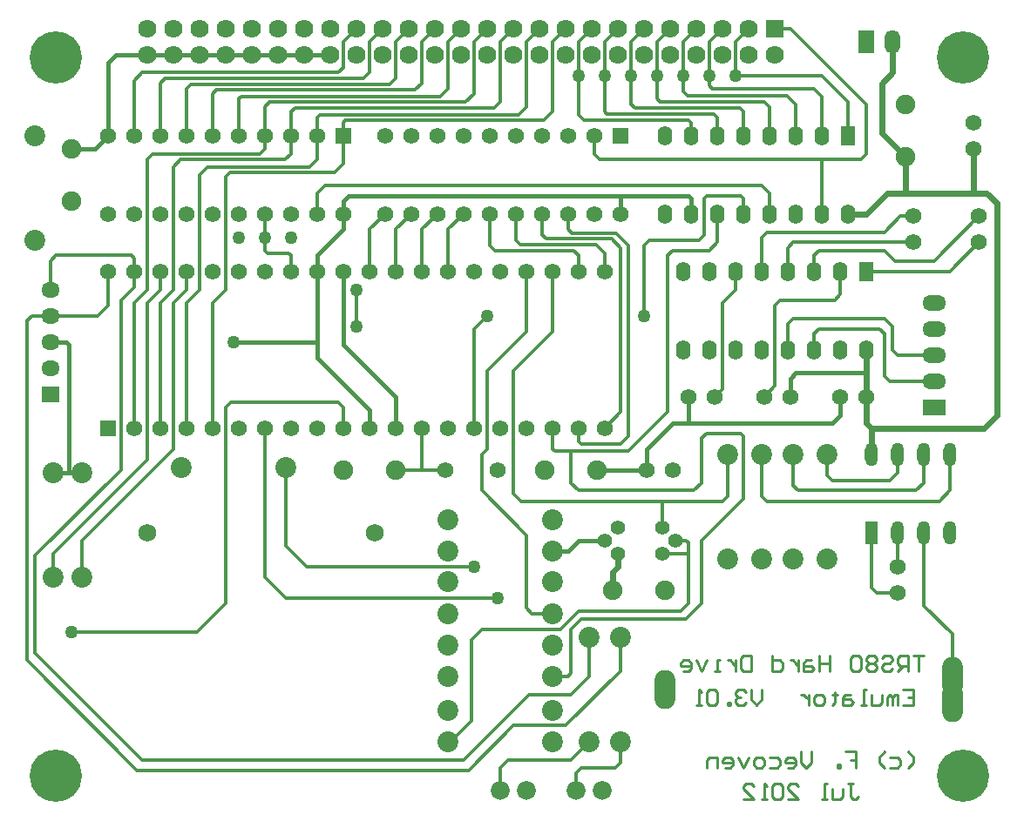
<source format=gbl>
%FSLAX42Y42*%
%MOMM*%
G71*
G01*
G75*
%ADD10C,0.20*%
%ADD11R,2.00X2.00*%
%ADD12R,2.00X1.00*%
%ADD13R,1.00X2.00*%
%ADD14R,1.00X2.00*%
%ADD15C,0.41*%
%ADD16C,0.61*%
%ADD17C,0.30*%
%ADD18C,0.25*%
%ADD19C,1.73*%
%ADD20C,2.03*%
%ADD21C,1.90*%
%ADD22R,1.78X1.78*%
%ADD23C,1.78*%
%ADD24O,1.52X2.29*%
%ADD25R,1.52X2.29*%
%ADD26O,2.03X3.81*%
%ADD27C,1.83*%
%ADD28O,2.29X1.52*%
%ADD29O,1.78X1.52*%
%ADD30R,1.78X1.52*%
%ADD31C,5.08*%
%ADD32R,1.57X1.57*%
%ADD33C,1.57*%
%ADD34R,1.40X1.90*%
%ADD35O,1.40X1.90*%
%ADD36O,1.27X2.29*%
%ADD37R,1.27X2.29*%
%ADD38C,1.40*%
%ADD39R,2.29X1.52*%
%ADD40C,1.27*%
D15*
X26707Y20250D02*
X28257D01*
X26860D02*
Y20504D01*
X26453Y19996D02*
X26707Y20250D01*
X26453Y19793D02*
Y19996D01*
X25971Y19793D02*
X26453D01*
X28333Y20326D02*
Y20504D01*
X27850Y20682D02*
X27901Y20733D01*
X27850Y20504D02*
Y20682D01*
X23558Y22460D02*
X26860D01*
X23507Y22130D02*
Y22409D01*
X23253Y21876D02*
X23507Y22130D01*
X23253Y20885D02*
Y21876D01*
X26199Y22282D02*
Y22460D01*
X22440Y21037D02*
X23253D01*
Y20885D02*
X23761Y20377D01*
Y20199D02*
Y20377D01*
X28257Y20250D02*
X28333Y20326D01*
X26885Y22282D02*
Y22434D01*
X26860Y22460D02*
X26885Y22434D01*
X23507Y22409D02*
X23558Y22460D01*
X21297Y23831D02*
X23380D01*
X21221Y23755D02*
X21297Y23831D01*
X21221Y23044D02*
Y23755D01*
X21094Y22917D02*
X21221Y23044D01*
X20865Y22917D02*
X21094D01*
X24015Y20199D02*
Y20504D01*
X23507Y21012D02*
Y21723D01*
Y21012D02*
X24015Y20504D01*
X27901Y20733D02*
X28587D01*
X29628Y22511D02*
X29654Y22485D01*
X25539Y19005D02*
X25691D01*
X25793Y19107D01*
X26047D01*
X20814Y21037D02*
X20840Y21012D01*
X20687Y19767D02*
X20967D01*
X20662Y21037D02*
X20814D01*
X20840Y19767D02*
Y21012D01*
D16*
X29628Y22511D02*
Y22917D01*
X28739Y23069D02*
X28968Y22841D01*
X28739Y23069D02*
Y23552D01*
X28841Y23654D01*
Y23958D01*
X28587Y22282D02*
X28790Y22485D01*
X29857Y20326D02*
Y22384D01*
X29755Y22485D02*
X29857Y22384D01*
X28409Y22282D02*
X28587D01*
X29730Y20199D02*
X29857Y20326D01*
X28587Y20250D02*
Y20504D01*
Y20961D01*
X28638Y20199D02*
X29730D01*
X28587Y20250D02*
X28638Y20199D01*
Y19945D02*
Y20199D01*
X28968Y22485D02*
Y22841D01*
X28790Y22485D02*
X29755D01*
X26174Y18853D02*
Y18980D01*
X26123Y18802D02*
X26174Y18853D01*
X26123Y18624D02*
Y18802D01*
D17*
X20865Y18218D02*
X22084D01*
X21551Y16973D02*
X24675D01*
X21500Y16872D02*
X24726D01*
X22415Y20453D02*
X23456D01*
X22084Y18218D02*
X22364Y18497D01*
Y20402D01*
X22415Y20453D01*
X23456D02*
X23507Y20402D01*
Y20199D02*
Y20402D01*
X26656Y20352D02*
Y21876D01*
X26275Y19971D02*
X26656Y20352D01*
X28257Y19691D02*
X28815D01*
X27926Y19590D02*
X29069D01*
X27622Y19488D02*
X29298D01*
X23634Y21190D02*
Y21545D01*
X28333Y21495D02*
Y21723D01*
X28282Y21444D02*
X28333Y21495D01*
X28130Y21444D02*
X28282D01*
X28587Y21723D02*
X29400D01*
X29679Y22003D01*
X22745Y21926D02*
Y22282D01*
X22999Y21723D02*
Y21876D01*
X22973Y21901D02*
X22999Y21876D01*
X22770Y21901D02*
X22973D01*
X22745Y21926D02*
X22770Y21901D01*
X25336Y18396D02*
X25539D01*
X25285Y18447D02*
X25336Y18396D01*
X25539Y19996D02*
Y20225D01*
Y19996D02*
X25564Y19971D01*
X24980Y21926D02*
X25742D01*
X24929Y21977D02*
Y22282D01*
Y21977D02*
X24980Y21926D01*
X27622Y22104D02*
X28765D01*
X28917Y22257D01*
X29044D01*
X28130Y21926D02*
X28765D01*
X28079Y21723D02*
Y21876D01*
X28130Y21926D01*
X29247Y21825D02*
X29679Y22257D01*
X28866Y21825D02*
X29247D01*
X28765Y21926D02*
X28866Y21825D01*
X27825Y21723D02*
Y21952D01*
X27876Y22003D02*
X29044D01*
X27825Y21952D02*
X27876Y22003D01*
X27571Y22053D02*
X27622Y22104D01*
X27571Y21723D02*
Y22053D01*
X27825Y20961D02*
Y21215D01*
X27876Y21266D01*
X28765D01*
X28841Y21190D01*
Y20961D02*
Y21190D01*
Y20961D02*
X28892Y20910D01*
X29247D01*
X28079Y21114D02*
X28130Y21164D01*
X28815Y20656D02*
X29247D01*
X28765Y20707D02*
X28815Y20656D01*
X28765Y20707D02*
Y21114D01*
X28714Y21164D02*
X28765Y21114D01*
X28130Y21164D02*
X28714D01*
X28079Y20961D02*
Y21114D01*
X26428Y21291D02*
Y21977D01*
X26479Y22028D01*
X26961D01*
X27012Y22079D01*
Y22434D01*
X27037Y22460D01*
X27368D01*
X27393Y22434D01*
Y22282D02*
Y22434D01*
X27139Y22003D02*
Y22282D01*
X26656Y21876D02*
X26707Y21926D01*
X27063D01*
X27139Y22003D01*
X27647Y22282D02*
Y22485D01*
X27571Y22561D02*
X27647Y22485D01*
X23329Y22561D02*
X27571D01*
X23253Y22485D02*
X23329Y22561D01*
X23253Y22282D02*
Y22485D01*
X22364Y21545D02*
Y22638D01*
X23426Y22683D02*
X23507Y22765D01*
X22410Y22683D02*
X23426D01*
X22364Y22638D02*
X22410Y22683D01*
X23253Y22815D02*
Y23222D01*
X22110Y21545D02*
Y22663D01*
X23177Y22739D02*
X23253Y22815D01*
X22186Y22739D02*
X23177D01*
X22110Y22663D02*
X22186Y22739D01*
X22999Y22866D02*
Y23273D01*
X21856Y21545D02*
Y22739D01*
X22943Y22810D02*
X22999Y22866D01*
X21927Y22810D02*
X22943D01*
X21856Y22739D02*
X21927Y22810D01*
X22745Y22917D02*
Y23323D01*
X21602Y21545D02*
Y22815D01*
X22694Y22866D02*
X22745Y22917D01*
X21653Y22866D02*
X22694D01*
X21602Y22815D02*
X21653Y22866D01*
X26275Y20123D02*
Y21977D01*
X25691Y22130D02*
Y22282D01*
X26159Y22094D02*
X26275Y21977D01*
X25727Y22094D02*
X26159D01*
X25691Y22130D02*
X25727Y22094D01*
X26199Y20352D02*
Y21952D01*
X26113Y22038D02*
X26199Y21952D01*
X25478Y22038D02*
X26113D01*
X25437Y22079D02*
X25478Y22038D01*
X25437Y22079D02*
Y22282D01*
X26047Y21723D02*
Y21901D01*
X25966Y21982D02*
X26047Y21901D01*
X25229Y21982D02*
X25966D01*
X25183Y22028D02*
X25229Y21982D01*
X25183Y22028D02*
Y22282D01*
X25793Y21723D02*
Y21876D01*
X25742Y21926D02*
X25793Y21876D01*
X26199Y20047D02*
X26275Y20123D01*
X26047Y20199D02*
X26199Y20352D01*
X25818Y20047D02*
X26199D01*
X25793Y20072D02*
X25818Y20047D01*
X25793Y20072D02*
Y20199D01*
X24523Y22130D02*
X24675Y22282D01*
X24523Y21723D02*
Y22130D01*
X24269D02*
X24421Y22282D01*
X24269Y21723D02*
Y22130D01*
X24015D02*
X24167Y22282D01*
X24015Y21723D02*
Y22130D01*
X23761D02*
X23913Y22282D01*
X23761Y21723D02*
Y22130D01*
X27850Y24085D02*
X28587Y23349D01*
X27698Y24085D02*
X27850D01*
X28409Y23044D02*
Y23374D01*
X28155Y23628D02*
X28409Y23374D01*
X27317Y23628D02*
X28155D01*
X27317Y23958D02*
X27444Y24085D01*
X27317Y23628D02*
Y23958D01*
X27063Y23527D02*
Y23958D01*
X28155Y23044D02*
Y23425D01*
X28079Y23501D02*
X28155Y23425D01*
X27088Y23501D02*
X28079D01*
X27063Y23527D02*
X27088Y23501D01*
X27063Y23958D02*
X27190Y24085D01*
X26809Y23476D02*
Y23958D01*
X27901Y23044D02*
Y23349D01*
X27820Y23430D02*
X27901Y23349D01*
X26855Y23430D02*
X27820D01*
X26809Y23476D02*
X26855Y23430D01*
X26555Y23400D02*
Y23958D01*
X27647Y23044D02*
Y23323D01*
X27596Y23374D02*
X27647Y23323D01*
X26580Y23374D02*
X27596D01*
X26555Y23400D02*
X26580Y23374D01*
X26301Y23349D02*
Y23958D01*
X27393Y23044D02*
Y23273D01*
X27357Y23308D02*
X27393Y23273D01*
X26341Y23308D02*
X27357D01*
X26301Y23349D02*
X26341Y23308D01*
X26047Y23273D02*
Y23958D01*
X27139Y23044D02*
Y23222D01*
X27109Y23252D02*
X27139Y23222D01*
X26067Y23252D02*
X27109D01*
X26047Y23273D02*
X26067Y23252D01*
X25844Y23196D02*
X26860D01*
X26885Y23044D02*
Y23171D01*
X25793Y23247D02*
Y23958D01*
X26860Y23196D02*
X26885Y23171D01*
X25793Y23247D02*
X25844Y23196D01*
X26809Y23958D02*
X26936Y24085D01*
X26555Y23958D02*
X26682Y24085D01*
X26301Y23958D02*
X26428Y24085D01*
X26047Y23958D02*
X26174Y24085D01*
X25793Y23958D02*
X25920Y24085D01*
X25539Y23958D02*
X25666Y24085D01*
X25539Y23273D02*
Y23958D01*
X25458Y23191D02*
X25539Y23273D01*
X25285Y23958D02*
X25412Y24085D01*
X25285Y23323D02*
Y23958D01*
X25209Y23247D02*
X25285Y23323D01*
X23278Y23247D02*
X25209D01*
X23253Y23222D02*
X23278Y23247D01*
X25031Y23958D02*
X25158Y24085D01*
X25031Y23374D02*
Y23958D01*
X24970Y23313D02*
X25031Y23374D01*
X23039Y23313D02*
X24970D01*
X22999Y23273D02*
X23039Y23313D01*
X24777Y23958D02*
X24904Y24085D01*
X24777Y23450D02*
Y23958D01*
X24696Y23369D02*
X24777Y23450D01*
X22791Y23369D02*
X24696D01*
X22745Y23323D02*
X22791Y23369D01*
X24523Y23958D02*
X24650Y24085D01*
X24523Y23501D02*
Y23958D01*
X24447Y23425D02*
X24523Y23501D01*
X22516Y23425D02*
X24447D01*
X22491Y23400D02*
X22516Y23425D01*
X22491Y23044D02*
Y23400D01*
X24269Y23958D02*
X24396Y24085D01*
X24269Y23552D02*
Y23958D01*
X24203Y23486D02*
X24269Y23552D01*
X22272Y23486D02*
X24203D01*
X22237Y23450D02*
X22272Y23486D01*
X22237Y23044D02*
Y23450D01*
X24015Y23958D02*
X24142Y24085D01*
X24015Y23603D02*
Y23958D01*
X23954Y23542D02*
X24015Y23603D01*
X22023Y23542D02*
X23954D01*
X21983Y23501D02*
X22023Y23542D01*
X21983Y23044D02*
Y23501D01*
X23761Y23958D02*
X23888Y24085D01*
X23761Y23654D02*
Y23958D01*
X23705Y23598D02*
X23761Y23654D01*
X21775Y23598D02*
X23705D01*
X21729Y23552D02*
X21775Y23598D01*
X21729Y23044D02*
Y23552D01*
X21475Y23044D02*
Y23577D01*
X21551Y23654D01*
X23456D01*
X23507Y23704D01*
Y23958D01*
X23634Y24085D01*
X22948Y18548D02*
X25005D01*
X23151Y18853D02*
X24777D01*
X22745Y18751D02*
Y20199D01*
Y18751D02*
X22948Y18548D01*
X25310Y17608D02*
X25717D01*
X24675Y16973D02*
X25310Y17608D01*
X25158Y17304D02*
X25666D01*
X24726Y16872D02*
X25158Y17304D01*
X25894Y17786D02*
Y18167D01*
X25717Y17608D02*
X25894Y17786D01*
X25666Y17304D02*
X26199Y17837D01*
Y18167D01*
X27317Y21545D02*
Y21723D01*
X27190Y21418D02*
X27317Y21545D01*
X27190Y20580D02*
Y21418D01*
X27114Y20504D02*
X27190Y20580D01*
X27596Y20504D02*
X27698Y20606D01*
X24015Y19793D02*
X24497D01*
X24269D02*
Y20199D01*
X22237D02*
Y21418D01*
X22364Y21545D01*
X21983Y20199D02*
Y21418D01*
X22110Y21545D01*
X21729Y20199D02*
Y21418D01*
X21856Y21545D01*
X21475Y20199D02*
Y21418D01*
X21602Y21545D01*
X20662D02*
Y21825D01*
X20713Y21876D01*
X21449D02*
X21475Y21850D01*
X20713Y21876D02*
X21449D01*
X21119Y21291D02*
X21221Y21393D01*
Y21723D01*
X25285Y21139D02*
Y21723D01*
X28892Y18853D02*
Y19183D01*
Y19767D02*
Y19945D01*
X28815Y19691D02*
X28892Y19767D01*
X28206Y19742D02*
X28257Y19691D01*
X28206Y19742D02*
Y19945D01*
X27876Y19640D02*
Y19945D01*
Y19640D02*
X27926Y19590D01*
X29069D02*
X29146Y19666D01*
Y19945D01*
X27571Y19539D02*
Y19945D01*
Y19539D02*
X27622Y19488D01*
X29298D02*
X29400Y19590D01*
Y19945D01*
X28129Y21444D02*
X28130Y21444D01*
X27749Y21444D02*
X28129D01*
X27698Y21393D02*
X27749Y21444D01*
X27698Y20606D02*
Y21393D01*
X25717Y16973D02*
X25894Y17151D01*
X21348Y21444D02*
X21475Y21571D01*
X25767Y16846D02*
X25818Y16897D01*
X25767Y16669D02*
Y16846D01*
X28688Y18599D02*
X28892D01*
X28638Y18650D02*
X28688Y18599D01*
X28638Y18650D02*
Y19183D01*
X21729Y21545D02*
Y21723D01*
X21602Y21418D02*
X21729Y21545D01*
X21856Y21418D02*
X21983Y21545D01*
Y21723D01*
X20967Y18751D02*
Y19107D01*
X21856Y19996D01*
Y21418D01*
X20687Y18751D02*
Y18980D01*
X21602Y19894D01*
Y21418D01*
X20510Y18955D02*
X21348Y19793D01*
Y21444D01*
X24777Y21164D02*
X24904Y21291D01*
X24777Y20199D02*
Y21164D01*
X22948Y19056D02*
Y19818D01*
Y19056D02*
X23151Y18853D01*
X28587Y22866D02*
Y23349D01*
X28536Y22815D02*
X28587Y22866D01*
X25945D02*
X25996Y22815D01*
X25945Y22866D02*
Y23044D01*
X28155Y22282D02*
Y22815D01*
X25996D02*
X28536D01*
X24904Y19996D02*
Y20758D01*
X24853Y19945D02*
X24904Y19996D01*
Y20758D02*
X25285Y21139D01*
X25539D02*
Y21723D01*
X25158Y20758D02*
X25539Y21139D01*
X29146Y18472D02*
Y19183D01*
Y18472D02*
X29425Y18193D01*
Y17532D02*
Y18193D01*
X24523Y17151D02*
X24548D01*
X24751Y17354D01*
Y18142D01*
X24853Y18243D01*
X26834Y19107D02*
X26860Y19082D01*
X26733Y19107D02*
X26834D01*
X25031Y16897D02*
X25107Y16973D01*
X25031Y16669D02*
Y16897D01*
X25107Y16973D02*
X25717D01*
X26148Y16897D02*
X26199Y16948D01*
X25818Y16897D02*
X26148D01*
X26199Y16948D02*
Y17151D01*
X25158Y19564D02*
X25234Y19488D01*
X27190D02*
X27241Y19539D01*
X25158Y19564D02*
Y20758D01*
X27241Y19539D02*
Y19945D01*
X25717Y19666D02*
X25793Y19590D01*
X26910D01*
X26987Y19666D01*
Y20098D01*
X27037Y20148D01*
X27368D01*
X27393Y20123D01*
Y19513D02*
Y20123D01*
X26987Y19107D02*
X27393Y19513D01*
X24853Y19590D02*
X25285Y19158D01*
X24853Y19590D02*
Y19945D01*
X25285Y18447D02*
Y19158D01*
X25793Y18421D02*
X26783D01*
X26860Y18497D01*
X25615Y18243D02*
X25793Y18421D01*
X26606Y18980D02*
X26860D01*
X24853Y18243D02*
X25615D01*
X26860Y18497D02*
Y19082D01*
X25539Y17786D02*
X25691D01*
X25717Y17812D01*
Y18243D01*
X25818Y18345D01*
X26834D01*
X25717Y19666D02*
Y19971D01*
X26834Y18345D02*
X26987Y18497D01*
X25564Y19971D02*
X26275D01*
X26987Y18497D02*
Y19107D01*
X26606Y19234D02*
Y19488D01*
X25234D02*
X27190D01*
X20510Y18015D02*
Y18955D01*
Y18015D02*
X21551Y16973D01*
X21475Y21571D02*
Y21850D01*
X20433Y17939D02*
X21500Y16872D01*
X20433Y21241D02*
X20484Y21291D01*
X20433Y17939D02*
Y21241D01*
X20484Y21291D02*
X21119D01*
X23507Y23171D02*
X23527Y23191D01*
X23507Y22765D02*
Y23171D01*
X23527Y23191D02*
X25458D01*
D18*
X29146Y17989D02*
X29044D01*
X29095D01*
Y17837D01*
X28993D02*
Y17989D01*
X28917D01*
X28892Y17964D01*
Y17913D01*
X28917Y17888D01*
X28993D01*
X28943D02*
X28892Y17837D01*
X28739Y17964D02*
X28765Y17989D01*
X28816D01*
X28841Y17964D01*
Y17939D01*
X28816Y17913D01*
X28765D01*
X28739Y17888D01*
Y17862D01*
X28765Y17837D01*
X28816D01*
X28841Y17862D01*
X28689Y17964D02*
X28663Y17989D01*
X28612D01*
X28587Y17964D01*
Y17939D01*
X28612Y17913D01*
X28587Y17888D01*
Y17862D01*
X28612Y17837D01*
X28663D01*
X28689Y17862D01*
Y17888D01*
X28663Y17913D01*
X28689Y17939D01*
Y17964D01*
X28663Y17913D02*
X28612D01*
X28536Y17964D02*
X28511Y17989D01*
X28460D01*
X28435Y17964D01*
Y17862D01*
X28460Y17837D01*
X28511D01*
X28536Y17862D01*
Y17964D01*
X28232Y17989D02*
Y17837D01*
Y17913D01*
X28130D01*
Y17989D01*
Y17837D01*
X28054Y17939D02*
X28003D01*
X27978Y17913D01*
Y17837D01*
X28054D01*
X28079Y17862D01*
X28054Y17888D01*
X27978D01*
X27927Y17939D02*
Y17837D01*
Y17888D01*
X27901Y17913D01*
X27876Y17939D01*
X27851D01*
X27673Y17989D02*
Y17837D01*
X27749D01*
X27774Y17862D01*
Y17913D01*
X27749Y17939D01*
X27673D01*
X27470Y17989D02*
Y17837D01*
X27394D01*
X27368Y17862D01*
Y17964D01*
X27394Y17989D01*
X27470D01*
X27317Y17939D02*
Y17837D01*
Y17888D01*
X27292Y17913D01*
X27267Y17939D01*
X27241D01*
X27165Y17837D02*
X27114D01*
X27140D01*
Y17939D01*
X27165D01*
X27038D02*
X26987Y17837D01*
X26937Y17939D01*
X26810Y17837D02*
X26860D01*
X26886Y17862D01*
Y17913D01*
X26860Y17939D01*
X26810D01*
X26784Y17913D01*
Y17888D01*
X26886D01*
X28993Y16897D02*
X29044Y16948D01*
Y16999D01*
X28993Y17050D01*
X28816Y16999D02*
X28892D01*
X28917Y16973D01*
Y16923D01*
X28892Y16897D01*
X28816D01*
X28765D02*
X28714Y16948D01*
Y16999D01*
X28765Y17050D01*
X28384D02*
X28485D01*
Y16973D01*
X28435D01*
X28485D01*
Y16897D01*
X28333D02*
Y16923D01*
X28308D01*
Y16897D01*
X28333D01*
X28054Y17050D02*
Y16948D01*
X28003Y16897D01*
X27952Y16948D01*
Y17050D01*
X27825Y16897D02*
X27876D01*
X27901Y16923D01*
Y16973D01*
X27876Y16999D01*
X27825D01*
X27800Y16973D01*
Y16948D01*
X27901D01*
X27648Y16999D02*
X27724D01*
X27749Y16973D01*
Y16923D01*
X27724Y16897D01*
X27648D01*
X27571D02*
X27521D01*
X27495Y16923D01*
Y16973D01*
X27521Y16999D01*
X27571D01*
X27597Y16973D01*
Y16923D01*
X27571Y16897D01*
X27444Y16999D02*
X27394Y16897D01*
X27343Y16999D01*
X27216Y16897D02*
X27267D01*
X27292Y16923D01*
Y16973D01*
X27267Y16999D01*
X27216D01*
X27190Y16973D01*
Y16948D01*
X27292D01*
X27140Y16897D02*
Y16999D01*
X27063D01*
X27038Y16973D01*
Y16897D01*
X28409Y16745D02*
X28460D01*
X28434D01*
Y16618D01*
X28460Y16592D01*
X28485D01*
X28511Y16618D01*
X28358Y16694D02*
Y16618D01*
X28333Y16592D01*
X28257D01*
Y16694D01*
X28206Y16592D02*
X28155D01*
X28181D01*
Y16745D01*
X28206D01*
X27825Y16592D02*
X27927D01*
X27825Y16694D01*
Y16719D01*
X27850Y16745D01*
X27901D01*
X27927Y16719D01*
X27774D02*
X27749Y16745D01*
X27698D01*
X27673Y16719D01*
Y16618D01*
X27698Y16592D01*
X27749D01*
X27774Y16618D01*
Y16719D01*
X27622Y16592D02*
X27571D01*
X27597D01*
Y16745D01*
X27622Y16719D01*
X27393Y16592D02*
X27495D01*
X27393Y16694D01*
Y16719D01*
X27419Y16745D01*
X27470D01*
X27495Y16719D01*
X28942Y17659D02*
X29044D01*
Y17507D01*
X28942D01*
X29044Y17583D02*
X28993D01*
X28892Y17507D02*
Y17608D01*
X28866D01*
X28841Y17583D01*
Y17507D01*
Y17583D01*
X28816Y17608D01*
X28790Y17583D01*
Y17507D01*
X28739Y17608D02*
Y17532D01*
X28714Y17507D01*
X28638D01*
Y17608D01*
X28587Y17507D02*
X28536D01*
X28562D01*
Y17659D01*
X28587D01*
X28435Y17608D02*
X28384D01*
X28358Y17583D01*
Y17507D01*
X28435D01*
X28460Y17532D01*
X28435Y17558D01*
X28358D01*
X28282Y17634D02*
Y17608D01*
X28308D01*
X28257D01*
X28282D01*
Y17532D01*
X28257Y17507D01*
X28155D02*
X28105D01*
X28079Y17532D01*
Y17583D01*
X28105Y17608D01*
X28155D01*
X28181Y17583D01*
Y17532D01*
X28155Y17507D01*
X28028Y17608D02*
Y17507D01*
Y17558D01*
X28003Y17583D01*
X27978Y17608D01*
X27952D01*
X27571Y17659D02*
Y17558D01*
X27521Y17507D01*
X27470Y17558D01*
Y17659D01*
X27419Y17634D02*
X27394Y17659D01*
X27343D01*
X27317Y17634D01*
Y17608D01*
X27343Y17583D01*
X27368D01*
X27343D01*
X27317Y17558D01*
Y17532D01*
X27343Y17507D01*
X27394D01*
X27419Y17532D01*
X27267Y17507D02*
Y17532D01*
X27241D01*
Y17507D01*
X27267D01*
X27140Y17634D02*
X27114Y17659D01*
X27063D01*
X27038Y17634D01*
Y17532D01*
X27063Y17507D01*
X27114D01*
X27140Y17532D01*
Y17634D01*
X26987Y17507D02*
X26937D01*
X26962D01*
Y17659D01*
X26987Y17634D01*
D19*
X21602Y19183D02*
D03*
X23812D02*
D03*
D20*
X27241Y19945D02*
D03*
Y18929D02*
D03*
X20510Y22028D02*
D03*
Y23044D02*
D03*
X24523Y17151D02*
D03*
X25539D02*
D03*
X22948Y19818D02*
D03*
X21932D02*
D03*
X24523Y19310D02*
D03*
X25539D02*
D03*
X28206Y18929D02*
D03*
Y19945D02*
D03*
X27876D02*
D03*
Y18929D02*
D03*
X27571D02*
D03*
Y19945D02*
D03*
X24523Y18701D02*
D03*
X25539D02*
D03*
Y18396D02*
D03*
X24523D02*
D03*
Y17786D02*
D03*
X25539D02*
D03*
X24523Y19005D02*
D03*
X25539D02*
D03*
Y18091D02*
D03*
X24523D02*
D03*
Y17456D02*
D03*
X25539D02*
D03*
X20687Y19767D02*
D03*
Y18751D02*
D03*
X20967D02*
D03*
Y19767D02*
D03*
X26199Y17151D02*
D03*
Y18167D02*
D03*
X25894D02*
D03*
Y17151D02*
D03*
D21*
X20865Y22409D02*
D03*
Y22917D02*
D03*
X28968Y23349D02*
D03*
Y22841D02*
D03*
X24015Y19793D02*
D03*
X23507D02*
D03*
X25971D02*
D03*
X25463D02*
D03*
X26123Y18624D02*
D03*
X26631D02*
D03*
D22*
X27698Y24085D02*
D03*
D23*
Y23831D02*
D03*
X27444Y24085D02*
D03*
Y23831D02*
D03*
X27190Y24085D02*
D03*
Y23831D02*
D03*
X26936Y24085D02*
D03*
Y23831D02*
D03*
X26682Y24085D02*
D03*
Y23831D02*
D03*
X26428Y24085D02*
D03*
Y23831D02*
D03*
X26174Y24085D02*
D03*
Y23831D02*
D03*
X25920Y24085D02*
D03*
Y23831D02*
D03*
X25666Y24085D02*
D03*
Y23831D02*
D03*
X25412Y24085D02*
D03*
Y23831D02*
D03*
X25158Y24085D02*
D03*
Y23831D02*
D03*
X24904Y24085D02*
D03*
Y23831D02*
D03*
X24650Y24085D02*
D03*
Y23831D02*
D03*
X24396Y24085D02*
D03*
Y23831D02*
D03*
X24142Y24085D02*
D03*
Y23831D02*
D03*
X23888Y24085D02*
D03*
Y23831D02*
D03*
X23634Y24085D02*
D03*
Y23831D02*
D03*
X23380Y24085D02*
D03*
Y23831D02*
D03*
X23126Y24085D02*
D03*
Y23831D02*
D03*
X22872Y24085D02*
D03*
Y23831D02*
D03*
X22618Y24085D02*
D03*
Y23831D02*
D03*
X22364Y24085D02*
D03*
Y23831D02*
D03*
X22110Y24085D02*
D03*
Y23831D02*
D03*
X21856Y24085D02*
D03*
Y23831D02*
D03*
X21602Y24085D02*
D03*
Y23831D02*
D03*
D24*
X28841Y23958D02*
D03*
D25*
X28587D02*
D03*
D26*
X26631Y17659D02*
D03*
X29425Y17786D02*
D03*
Y17532D02*
D03*
D27*
X25285Y16669D02*
D03*
X25767D02*
D03*
X26021D02*
D03*
X25031D02*
D03*
D28*
X29247Y21418D02*
D03*
Y20656D02*
D03*
Y20910D02*
D03*
Y21164D02*
D03*
D29*
X20662Y21291D02*
D03*
Y21037D02*
D03*
Y20783D02*
D03*
Y21545D02*
D03*
D30*
Y20529D02*
D03*
D31*
X29527Y16821D02*
D03*
Y23806D02*
D03*
X20713D02*
D03*
Y16821D02*
D03*
D32*
X26199Y23044D02*
D03*
X23507D02*
D03*
X21221Y20199D02*
D03*
D33*
X27596Y20504D02*
D03*
X27114D02*
D03*
X29628Y23171D02*
D03*
X29044Y22003D02*
D03*
Y22257D02*
D03*
X29679Y22003D02*
D03*
Y22257D02*
D03*
X22237Y22282D02*
D03*
X21983D02*
D03*
X22491D02*
D03*
X22745D02*
D03*
X22999D02*
D03*
X21729D02*
D03*
X21221D02*
D03*
X23253D02*
D03*
X21475D02*
D03*
X23253Y23044D02*
D03*
X22999D02*
D03*
X22745D02*
D03*
X22491D02*
D03*
X22237D02*
D03*
X21983D02*
D03*
X21729D02*
D03*
X21475D02*
D03*
X21221D02*
D03*
X23507Y22282D02*
D03*
X29628Y22917D02*
D03*
X25793Y20199D02*
D03*
X26047D02*
D03*
Y21723D02*
D03*
X25793D02*
D03*
X24523D02*
D03*
X24269D02*
D03*
X24015D02*
D03*
X23761D02*
D03*
X26707Y19793D02*
D03*
X26453D02*
D03*
X21475Y20199D02*
D03*
X21729D02*
D03*
X21983D02*
D03*
X22237D02*
D03*
X22491D02*
D03*
X22745D02*
D03*
X22999D02*
D03*
X23253D02*
D03*
X23507D02*
D03*
X23761D02*
D03*
X24015D02*
D03*
X24269D02*
D03*
X24523D02*
D03*
X24777D02*
D03*
X25031D02*
D03*
X25285D02*
D03*
X25539D02*
D03*
X21221Y21723D02*
D03*
X21475D02*
D03*
X22237D02*
D03*
X22491D02*
D03*
X22745D02*
D03*
X22999D02*
D03*
X23253D02*
D03*
X23507D02*
D03*
X24777D02*
D03*
X25031D02*
D03*
X25285D02*
D03*
X26860Y20504D02*
D03*
X27850D02*
D03*
X28587D02*
D03*
X28333D02*
D03*
X24497Y19793D02*
D03*
X25005D02*
D03*
X28892Y18853D02*
D03*
Y18599D02*
D03*
X21729Y21723D02*
D03*
X21983D02*
D03*
X25945Y23044D02*
D03*
X25691D02*
D03*
X25437D02*
D03*
X25183D02*
D03*
X24929D02*
D03*
X24675D02*
D03*
X24421D02*
D03*
X24167D02*
D03*
X23913D02*
D03*
X26199Y22282D02*
D03*
X25945D02*
D03*
X25691D02*
D03*
X25437D02*
D03*
X25183D02*
D03*
X24929D02*
D03*
X24675D02*
D03*
X24421D02*
D03*
X24167D02*
D03*
X23913D02*
D03*
X25539Y21723D02*
D03*
D34*
X28409Y23044D02*
D03*
X28587Y21723D02*
D03*
D35*
X28155Y23044D02*
D03*
X27901D02*
D03*
X27647D02*
D03*
X27393D02*
D03*
X27139D02*
D03*
X26885D02*
D03*
X26631D02*
D03*
X28409Y22282D02*
D03*
X28155D02*
D03*
X27901D02*
D03*
X27647D02*
D03*
X27393D02*
D03*
X27139D02*
D03*
X26885D02*
D03*
X26631D02*
D03*
X28333Y21723D02*
D03*
X28079D02*
D03*
X27825D02*
D03*
X27571D02*
D03*
X27317D02*
D03*
X27063D02*
D03*
X28587Y20961D02*
D03*
X28333D02*
D03*
X28079D02*
D03*
X27571D02*
D03*
X27317D02*
D03*
X27063D02*
D03*
X26809D02*
D03*
Y21723D02*
D03*
X27825Y20961D02*
D03*
D36*
X29400Y19945D02*
D03*
X29146D02*
D03*
X28892D02*
D03*
X28638D02*
D03*
X29400Y19183D02*
D03*
X29146D02*
D03*
X28892D02*
D03*
D37*
X28638D02*
D03*
D38*
X26606Y18980D02*
D03*
Y19234D02*
D03*
X26733Y19107D02*
D03*
X26047D02*
D03*
X26174Y18980D02*
D03*
Y19234D02*
D03*
D39*
X29247Y20402D02*
D03*
D40*
X20865Y18218D02*
D03*
X23634Y21545D02*
D03*
Y21190D02*
D03*
X22440Y21037D02*
D03*
X24777Y18853D02*
D03*
X25793Y23628D02*
D03*
X26047D02*
D03*
X26301D02*
D03*
X26555D02*
D03*
X26809D02*
D03*
X27063D02*
D03*
X27317D02*
D03*
X26428Y21291D02*
D03*
X24904D02*
D03*
X22745Y22053D02*
D03*
X22999D02*
D03*
X22491D02*
D03*
X25005Y18548D02*
D03*
M02*

</source>
